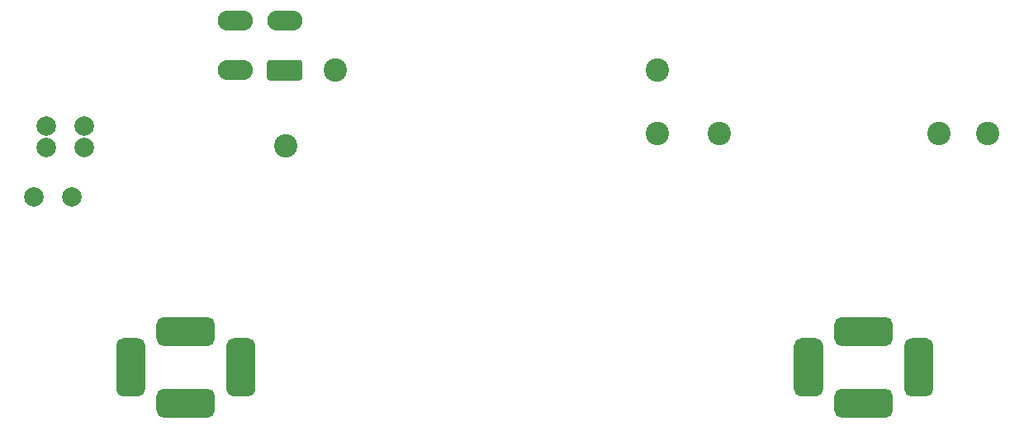
<source format=gbs>
G04 #@! TF.GenerationSoftware,KiCad,Pcbnew,(5.1.9)-1*
G04 #@! TF.CreationDate,2021-05-25T00:15:28+02:00*
G04 #@! TF.ProjectId,LF,4c462e6b-6963-4616-945f-706362585858,rev?*
G04 #@! TF.SameCoordinates,Original*
G04 #@! TF.FileFunction,Soldermask,Bot*
G04 #@! TF.FilePolarity,Negative*
%FSLAX46Y46*%
G04 Gerber Fmt 4.6, Leading zero omitted, Abs format (unit mm)*
G04 Created by KiCad (PCBNEW (5.1.9)-1) date 2021-05-25 00:15:28*
%MOMM*%
%LPD*%
G01*
G04 APERTURE LIST*
%ADD10O,3.600000X2.100000*%
%ADD11C,2.010000*%
%ADD12C,2.400000*%
G04 APERTURE END LIST*
G36*
G01*
X49450100Y-29270000D02*
X46349900Y-29270000D01*
G75*
G02*
X46100000Y-29020100I0J249900D01*
G01*
X46100000Y-27419900D01*
G75*
G02*
X46349900Y-27170000I249900J0D01*
G01*
X49450100Y-27170000D01*
G75*
G02*
X49700000Y-27419900I0J-249900D01*
G01*
X49700000Y-29020100D01*
G75*
G02*
X49450100Y-29270000I-249900J0D01*
G01*
G37*
D10*
X42820000Y-23140000D03*
X42820000Y-28220000D03*
X47900000Y-23140000D03*
D11*
X26120000Y-41270000D03*
X27320000Y-36170000D03*
X27320000Y-33970000D03*
X22220000Y-41270000D03*
X23420000Y-36170000D03*
X23420000Y-33970000D03*
D12*
X86120000Y-28220000D03*
X53120000Y-28220000D03*
X115000000Y-34690000D03*
X92500000Y-34690000D03*
X120000000Y-34690000D03*
X48040000Y-36020000D03*
X86140000Y-34720000D03*
G36*
G01*
X35500000Y-60933000D02*
X40000000Y-60933000D01*
G75*
G02*
X40750000Y-61683000I0J-750000D01*
G01*
X40750000Y-63183000D01*
G75*
G02*
X40000000Y-63933000I-750000J0D01*
G01*
X35500000Y-63933000D01*
G75*
G02*
X34750000Y-63183000I0J750000D01*
G01*
X34750000Y-61683000D01*
G75*
G02*
X35500000Y-60933000I750000J0D01*
G01*
G37*
G36*
G01*
X44914200Y-56500000D02*
X44914200Y-61000000D01*
G75*
G02*
X44164200Y-61750000I-750000J0D01*
G01*
X42664200Y-61750000D01*
G75*
G02*
X41914200Y-61000000I0J750000D01*
G01*
X41914200Y-56500000D01*
G75*
G02*
X42664200Y-55750000I750000J0D01*
G01*
X44164200Y-55750000D01*
G75*
G02*
X44914200Y-56500000I0J-750000D01*
G01*
G37*
G36*
G01*
X40000000Y-56567000D02*
X35500000Y-56567000D01*
G75*
G02*
X34750000Y-55817000I0J750000D01*
G01*
X34750000Y-54317000D01*
G75*
G02*
X35500000Y-53567000I750000J0D01*
G01*
X40000000Y-53567000D01*
G75*
G02*
X40750000Y-54317000I0J-750000D01*
G01*
X40750000Y-55817000D01*
G75*
G02*
X40000000Y-56567000I-750000J0D01*
G01*
G37*
G36*
G01*
X33611200Y-56500000D02*
X33611200Y-61000000D01*
G75*
G02*
X32861200Y-61750000I-750000J0D01*
G01*
X31361200Y-61750000D01*
G75*
G02*
X30611200Y-61000000I0J750000D01*
G01*
X30611200Y-56500000D01*
G75*
G02*
X31361200Y-55750000I750000J0D01*
G01*
X32861200Y-55750000D01*
G75*
G02*
X33611200Y-56500000I0J-750000D01*
G01*
G37*
G36*
G01*
X103111200Y-56503000D02*
X103111200Y-61003000D01*
G75*
G02*
X102361200Y-61753000I-750000J0D01*
G01*
X100861200Y-61753000D01*
G75*
G02*
X100111200Y-61003000I0J750000D01*
G01*
X100111200Y-56503000D01*
G75*
G02*
X100861200Y-55753000I750000J0D01*
G01*
X102361200Y-55753000D01*
G75*
G02*
X103111200Y-56503000I0J-750000D01*
G01*
G37*
G36*
G01*
X109500000Y-56570000D02*
X105000000Y-56570000D01*
G75*
G02*
X104250000Y-55820000I0J750000D01*
G01*
X104250000Y-54320000D01*
G75*
G02*
X105000000Y-53570000I750000J0D01*
G01*
X109500000Y-53570000D01*
G75*
G02*
X110250000Y-54320000I0J-750000D01*
G01*
X110250000Y-55820000D01*
G75*
G02*
X109500000Y-56570000I-750000J0D01*
G01*
G37*
G36*
G01*
X114414200Y-56503000D02*
X114414200Y-61003000D01*
G75*
G02*
X113664200Y-61753000I-750000J0D01*
G01*
X112164200Y-61753000D01*
G75*
G02*
X111414200Y-61003000I0J750000D01*
G01*
X111414200Y-56503000D01*
G75*
G02*
X112164200Y-55753000I750000J0D01*
G01*
X113664200Y-55753000D01*
G75*
G02*
X114414200Y-56503000I0J-750000D01*
G01*
G37*
G36*
G01*
X105000000Y-60936000D02*
X109500000Y-60936000D01*
G75*
G02*
X110250000Y-61686000I0J-750000D01*
G01*
X110250000Y-63186000D01*
G75*
G02*
X109500000Y-63936000I-750000J0D01*
G01*
X105000000Y-63936000D01*
G75*
G02*
X104250000Y-63186000I0J750000D01*
G01*
X104250000Y-61686000D01*
G75*
G02*
X105000000Y-60936000I750000J0D01*
G01*
G37*
M02*

</source>
